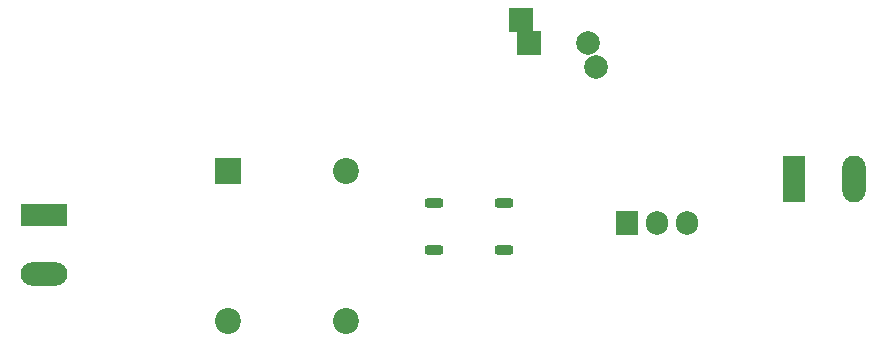
<source format=gbr>
%TF.GenerationSoftware,KiCad,Pcbnew,8.0.8*%
%TF.CreationDate,2025-02-20T20:42:50+05:30*%
%TF.ProjectId,AC to DC,41432074-6f20-4444-932e-6b696361645f,rev?*%
%TF.SameCoordinates,Original*%
%TF.FileFunction,Soldermask,Top*%
%TF.FilePolarity,Negative*%
%FSLAX46Y46*%
G04 Gerber Fmt 4.6, Leading zero omitted, Abs format (unit mm)*
G04 Created by KiCad (PCBNEW 8.0.8) date 2025-02-20 20:42:50*
%MOMM*%
%LPD*%
G01*
G04 APERTURE LIST*
G04 Aperture macros list*
%AMRoundRect*
0 Rectangle with rounded corners*
0 $1 Rounding radius*
0 $2 $3 $4 $5 $6 $7 $8 $9 X,Y pos of 4 corners*
0 Add a 4 corners polygon primitive as box body*
4,1,4,$2,$3,$4,$5,$6,$7,$8,$9,$2,$3,0*
0 Add four circle primitives for the rounded corners*
1,1,$1+$1,$2,$3*
1,1,$1+$1,$4,$5*
1,1,$1+$1,$6,$7*
1,1,$1+$1,$8,$9*
0 Add four rect primitives between the rounded corners*
20,1,$1+$1,$2,$3,$4,$5,0*
20,1,$1+$1,$4,$5,$6,$7,0*
20,1,$1+$1,$6,$7,$8,$9,0*
20,1,$1+$1,$8,$9,$2,$3,0*%
G04 Aperture macros list end*
%ADD10R,1.980000X3.960000*%
%ADD11O,1.980000X3.960000*%
%ADD12RoundRect,0.200000X0.562500X0.200000X-0.562500X0.200000X-0.562500X-0.200000X0.562500X-0.200000X0*%
%ADD13R,2.000000X2.000000*%
%ADD14C,2.000000*%
%ADD15R,2.200000X2.200000*%
%ADD16C,2.200000*%
%ADD17R,3.960000X1.980000*%
%ADD18O,3.960000X1.980000*%
%ADD19R,1.905000X2.000000*%
%ADD20O,1.905000X2.000000*%
G04 APERTURE END LIST*
D10*
%TO.C,J2*%
X185500000Y-60500000D03*
D11*
X190500000Y-60500000D03*
%TD*%
D12*
%TO.C,D2*%
X160875000Y-66500000D03*
X160875000Y-62500000D03*
X155000000Y-62500000D03*
X155000000Y-66500000D03*
%TD*%
D13*
%TO.C,C1*%
X162327856Y-47000000D03*
X163000000Y-49000000D03*
D14*
X168000000Y-49000000D03*
X168672144Y-51000000D03*
%TD*%
D15*
%TO.C,T1*%
X137500000Y-59800000D03*
D16*
X137500000Y-72500000D03*
X147500000Y-72500000D03*
X147500000Y-59800000D03*
%TD*%
D17*
%TO.C,J1*%
X122000000Y-63500000D03*
D18*
X122000000Y-68500000D03*
%TD*%
D19*
%TO.C,U1*%
X171322500Y-64245000D03*
D20*
X173862500Y-64245000D03*
X176402500Y-64245000D03*
%TD*%
M02*

</source>
